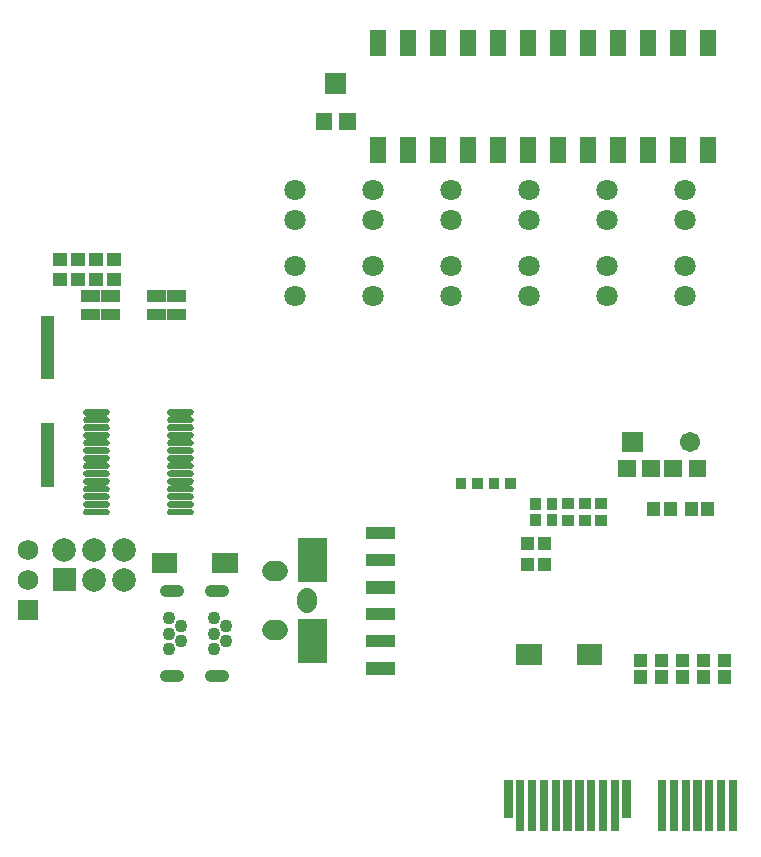
<source format=gbs>
G04 Layer: BottomSolderMaskLayer*
G04 EasyEDA v6.4.7, 2021-02-17T16:00:46+08:00*
G04 6587b44a977046f298512b0a2d276df7,119f753a6ce64b8d841f2ad33262ab0c,10*
G04 Gerber Generator version 0.2*
G04 Scale: 100 percent, Rotated: No, Reflected: No *
G04 Dimensions in millimeters *
G04 leading zeros omitted , absolute positions ,3 integer and 3 decimal *
%FSLAX33Y33*%
%MOMM*%
G90*
D02*

%ADD69C,1.727200*%
%ADD72C,1.003198*%
%ADD73C,2.003196*%
%ADD75C,1.803197*%
%ADD79C,1.703197*%
%ADD82R,1.727200X1.727200*%
%ADD83C,1.103198*%

%LPD*%
G54D69*
G01X28655Y20542D02*
G01X28655Y21018D01*
G01X25716Y18280D02*
G01X26192Y18280D01*
G01X25716Y23280D02*
G01X26192Y23280D01*
G54D72*
G01X17746Y14408D02*
G01X16746Y14408D01*
G01X17746Y21565D02*
G01X16746Y21565D01*
G01X21556Y21569D02*
G01X20556Y21569D01*
G01X21556Y14411D02*
G01X20556Y14411D01*
G36*
G01X59385Y5600D02*
G01X60085Y5600D01*
G01X60085Y1300D01*
G01X59385Y1300D01*
G01X59385Y5600D01*
G37*
G36*
G01X58385Y5600D02*
G01X59085Y5600D01*
G01X59085Y1300D01*
G01X58385Y1300D01*
G01X58385Y5600D01*
G37*
G36*
G01X60385Y5600D02*
G01X61085Y5600D01*
G01X61085Y1300D01*
G01X60385Y1300D01*
G01X60385Y5600D01*
G37*
G36*
G01X62385Y5600D02*
G01X63085Y5600D01*
G01X63085Y1300D01*
G01X62385Y1300D01*
G01X62385Y5600D01*
G37*
G36*
G01X61385Y5600D02*
G01X62085Y5600D01*
G01X62085Y1300D01*
G01X61385Y1300D01*
G01X61385Y5600D01*
G37*
G36*
G01X64385Y5600D02*
G01X65085Y5600D01*
G01X65085Y1300D01*
G01X64385Y1300D01*
G01X64385Y5600D01*
G37*
G36*
G01X63385Y5600D02*
G01X64085Y5600D01*
G01X64085Y1300D01*
G01X63385Y1300D01*
G01X63385Y5600D01*
G37*
G36*
G01X46385Y5600D02*
G01X47085Y5600D01*
G01X47085Y1300D01*
G01X46385Y1300D01*
G01X46385Y5600D01*
G37*
G36*
G01X45385Y5600D02*
G01X46085Y5600D01*
G01X46085Y2400D01*
G01X45385Y2400D01*
G01X45385Y5600D01*
G37*
G36*
G01X47385Y5600D02*
G01X48085Y5600D01*
G01X48085Y1300D01*
G01X47385Y1300D01*
G01X47385Y5600D01*
G37*
G36*
G01X53385Y5600D02*
G01X54085Y5600D01*
G01X54085Y1300D01*
G01X53385Y1300D01*
G01X53385Y5600D01*
G37*
G36*
G01X52385Y5600D02*
G01X53085Y5600D01*
G01X53085Y1300D01*
G01X52385Y1300D01*
G01X52385Y5600D01*
G37*
G36*
G01X55385Y5599D02*
G01X56085Y5599D01*
G01X56085Y2399D01*
G01X55385Y2399D01*
G01X55385Y5599D01*
G37*
G36*
G01X54385Y5600D02*
G01X55085Y5600D01*
G01X55085Y1300D01*
G01X54385Y1300D01*
G01X54385Y5600D01*
G37*
G36*
G01X49385Y5600D02*
G01X50085Y5600D01*
G01X50085Y1300D01*
G01X49385Y1300D01*
G01X49385Y5600D01*
G37*
G36*
G01X48385Y5600D02*
G01X49085Y5600D01*
G01X49085Y1300D01*
G01X48385Y1300D01*
G01X48385Y5600D01*
G37*
G36*
G01X51385Y5600D02*
G01X52085Y5600D01*
G01X52085Y1300D01*
G01X51385Y1300D01*
G01X51385Y5600D01*
G37*
G36*
G01X50385Y5600D02*
G01X51085Y5600D01*
G01X51085Y1300D01*
G01X50385Y1300D01*
G01X50385Y5600D01*
G37*
G54D73*
G01X13208Y25098D03*
G01X13208Y22558D03*
G01X10668Y25098D03*
G01X10668Y22558D03*
G01X8128Y25098D03*
G36*
G01X7127Y21558D02*
G01X7127Y23559D01*
G01X9128Y23559D01*
G01X9128Y21558D01*
G01X7127Y21558D01*
G37*
G54D75*
G01X60706Y53038D03*
G01X60706Y55578D03*
G01X60706Y49101D03*
G01X60706Y46561D03*
G36*
G01X61671Y13745D02*
G01X61671Y14862D01*
G01X62788Y14862D01*
G01X62788Y13745D01*
G01X61671Y13745D01*
G37*
G36*
G01X61671Y15142D02*
G01X61671Y16259D01*
G01X62788Y16259D01*
G01X62788Y15142D01*
G01X61671Y15142D01*
G37*
G36*
G01X63449Y13745D02*
G01X63449Y14862D01*
G01X64566Y14862D01*
G01X64566Y13745D01*
G01X63449Y13745D01*
G37*
G36*
G01X63449Y15142D02*
G01X63449Y16259D01*
G01X64566Y16259D01*
G01X64566Y15142D01*
G01X63449Y15142D01*
G37*
G36*
G01X59893Y13745D02*
G01X59893Y14862D01*
G01X61010Y14862D01*
G01X61010Y13745D01*
G01X59893Y13745D01*
G37*
G36*
G01X59893Y15142D02*
G01X59893Y16259D01*
G01X61010Y16259D01*
G01X61010Y15142D01*
G01X59893Y15142D01*
G37*
G36*
G01X58115Y13745D02*
G01X58115Y14862D01*
G01X59232Y14862D01*
G01X59232Y13745D01*
G01X58115Y13745D01*
G37*
G36*
G01X58115Y15142D02*
G01X58115Y16259D01*
G01X59232Y16259D01*
G01X59232Y15142D01*
G01X58115Y15142D01*
G37*
G36*
G01X56337Y13745D02*
G01X56337Y14862D01*
G01X57454Y14862D01*
G01X57454Y13745D01*
G01X56337Y13745D01*
G37*
G36*
G01X56337Y15142D02*
G01X56337Y16259D01*
G01X57454Y16259D01*
G01X57454Y15142D01*
G01X56337Y15142D01*
G37*
G36*
G01X55384Y33392D02*
G01X55384Y35093D01*
G01X57086Y35093D01*
G01X57086Y33392D01*
G01X55384Y33392D01*
G37*
G54D79*
G01X61112Y34242D03*
G36*
G01X57043Y31230D02*
G01X57043Y32683D01*
G01X58554Y32683D01*
G01X58554Y31230D01*
G01X57043Y31230D01*
G37*
G36*
G01X54983Y31230D02*
G01X54983Y32683D01*
G01X56494Y32683D01*
G01X56494Y31230D01*
G01X54983Y31230D01*
G37*
G36*
G01X60980Y31230D02*
G01X60980Y32683D01*
G01X62491Y32683D01*
G01X62491Y31230D01*
G01X60980Y31230D01*
G37*
G36*
G01X58920Y31230D02*
G01X58920Y32683D01*
G01X60431Y32683D01*
G01X60431Y31230D01*
G01X58920Y31230D01*
G37*
G36*
G01X33652Y19112D02*
G01X33652Y20191D01*
G01X36095Y20191D01*
G01X36095Y19112D01*
G01X33652Y19112D01*
G37*
G36*
G01X33652Y16810D02*
G01X33652Y17892D01*
G01X36095Y17892D01*
G01X36095Y16810D01*
G01X33652Y16810D01*
G37*
G36*
G01X33652Y14512D02*
G01X33652Y15591D01*
G01X36095Y15591D01*
G01X36095Y14512D01*
G01X33652Y14512D01*
G37*
G36*
G01X27912Y15500D02*
G01X27912Y19203D01*
G01X30355Y19203D01*
G01X30355Y15500D01*
G01X27912Y15500D01*
G37*
G36*
G01X33652Y25970D02*
G01X33652Y27049D01*
G01X36095Y27049D01*
G01X36095Y25970D01*
G01X33652Y25970D01*
G37*
G36*
G01X33652Y23668D02*
G01X33652Y24750D01*
G01X36095Y24750D01*
G01X36095Y23668D01*
G01X33652Y23668D01*
G37*
G36*
G01X33652Y21370D02*
G01X33652Y22449D01*
G01X36095Y22449D01*
G01X36095Y21370D01*
G01X33652Y21370D01*
G37*
G36*
G01X27912Y22358D02*
G01X27912Y26061D01*
G01X30355Y26061D01*
G01X30355Y22358D01*
G01X27912Y22358D01*
G37*
G36*
G01X48209Y25048D02*
G01X48209Y26165D01*
G01X49326Y26165D01*
G01X49326Y25048D01*
G01X48209Y25048D01*
G37*
G36*
G01X46812Y25048D02*
G01X46812Y26165D01*
G01X47929Y26165D01*
G01X47929Y25048D01*
G01X46812Y25048D01*
G37*
G36*
G01X48209Y23270D02*
G01X48209Y24387D01*
G01X49326Y24387D01*
G01X49326Y23270D01*
G01X48209Y23270D01*
G37*
G36*
G01X46812Y23270D02*
G01X46812Y24387D01*
G01X47929Y24387D01*
G01X47929Y23270D01*
G01X46812Y23270D01*
G37*
G36*
G01X57480Y27969D02*
G01X57480Y29086D01*
G01X58597Y29086D01*
G01X58597Y27969D01*
G01X57480Y27969D01*
G37*
G36*
G01X58877Y27969D02*
G01X58877Y29086D01*
G01X59994Y29086D01*
G01X59994Y27969D01*
G01X58877Y27969D01*
G37*
G36*
G01X60655Y27969D02*
G01X60655Y29086D01*
G01X61772Y29086D01*
G01X61772Y27969D01*
G01X60655Y27969D01*
G37*
G36*
G01X62052Y27969D02*
G01X62052Y29086D01*
G01X63169Y29086D01*
G01X63169Y27969D01*
G01X62052Y27969D01*
G37*
G54D82*
G01X5080Y20018D03*
G54D69*
G01X5080Y25098D03*
G01X5080Y22558D03*
G36*
G01X61960Y57852D02*
G01X61960Y60054D01*
G01X63263Y60054D01*
G01X63263Y57852D01*
G01X61960Y57852D01*
G37*
G36*
G01X59420Y57852D02*
G01X59420Y60054D01*
G01X60723Y60054D01*
G01X60723Y57852D01*
G01X59420Y57852D01*
G37*
G36*
G01X59420Y66851D02*
G01X59420Y69053D01*
G01X60723Y69053D01*
G01X60723Y66851D01*
G01X59420Y66851D01*
G37*
G36*
G01X61960Y66851D02*
G01X61960Y69053D01*
G01X63263Y69053D01*
G01X63263Y66851D01*
G01X61960Y66851D01*
G37*
G36*
G01X56880Y57852D02*
G01X56880Y60054D01*
G01X58183Y60054D01*
G01X58183Y57852D01*
G01X56880Y57852D01*
G37*
G36*
G01X54340Y57852D02*
G01X54340Y60054D01*
G01X55643Y60054D01*
G01X55643Y57852D01*
G01X54340Y57852D01*
G37*
G36*
G01X51800Y57852D02*
G01X51800Y60054D01*
G01X53103Y60054D01*
G01X53103Y57852D01*
G01X51800Y57852D01*
G37*
G36*
G01X49260Y57852D02*
G01X49260Y60054D01*
G01X50563Y60054D01*
G01X50563Y57852D01*
G01X49260Y57852D01*
G37*
G36*
G01X56880Y66851D02*
G01X56880Y69053D01*
G01X58183Y69053D01*
G01X58183Y66851D01*
G01X56880Y66851D01*
G37*
G36*
G01X54340Y66851D02*
G01X54340Y69053D01*
G01X55643Y69053D01*
G01X55643Y66851D01*
G01X54340Y66851D01*
G37*
G36*
G01X51800Y66851D02*
G01X51800Y69053D01*
G01X53103Y69053D01*
G01X53103Y66851D01*
G01X51800Y66851D01*
G37*
G36*
G01X49260Y66851D02*
G01X49260Y69053D01*
G01X50563Y69053D01*
G01X50563Y66851D01*
G01X49260Y66851D01*
G37*
G36*
G01X46720Y57852D02*
G01X46720Y60054D01*
G01X48023Y60054D01*
G01X48023Y57852D01*
G01X46720Y57852D01*
G37*
G36*
G01X44180Y57852D02*
G01X44180Y60054D01*
G01X45483Y60054D01*
G01X45483Y57852D01*
G01X44180Y57852D01*
G37*
G36*
G01X44180Y66851D02*
G01X44180Y69053D01*
G01X45483Y69053D01*
G01X45483Y66851D01*
G01X44180Y66851D01*
G37*
G36*
G01X46720Y66851D02*
G01X46720Y69053D01*
G01X48023Y69053D01*
G01X48023Y66851D01*
G01X46720Y66851D01*
G37*
G36*
G01X41640Y57852D02*
G01X41640Y60054D01*
G01X42943Y60054D01*
G01X42943Y57852D01*
G01X41640Y57852D01*
G37*
G36*
G01X39100Y57852D02*
G01X39100Y60054D01*
G01X40403Y60054D01*
G01X40403Y57852D01*
G01X39100Y57852D01*
G37*
G36*
G01X36560Y57852D02*
G01X36560Y60054D01*
G01X37863Y60054D01*
G01X37863Y57852D01*
G01X36560Y57852D01*
G37*
G36*
G01X34020Y57852D02*
G01X34020Y60054D01*
G01X35323Y60054D01*
G01X35323Y57852D01*
G01X34020Y57852D01*
G37*
G36*
G01X41640Y66851D02*
G01X41640Y69053D01*
G01X42943Y69053D01*
G01X42943Y66851D01*
G01X41640Y66851D01*
G37*
G36*
G01X39100Y66851D02*
G01X39100Y69053D01*
G01X40403Y69053D01*
G01X40403Y66851D01*
G01X39100Y66851D01*
G37*
G36*
G01X36560Y66851D02*
G01X36560Y69053D01*
G01X37863Y69053D01*
G01X37863Y66851D01*
G01X36560Y66851D01*
G37*
G36*
G01X34020Y66851D02*
G01X34020Y69053D01*
G01X35323Y69053D01*
G01X35323Y66851D01*
G01X34020Y66851D01*
G37*
G54D75*
G01X54102Y46561D03*
G01X54102Y49101D03*
G01X47498Y46561D03*
G01X47498Y49101D03*
G01X40894Y46561D03*
G01X40894Y49101D03*
G01X34290Y46561D03*
G01X34290Y49101D03*
G01X27686Y46561D03*
G01X27686Y49101D03*
G36*
G01X30213Y63706D02*
G01X30213Y65434D01*
G01X32016Y65434D01*
G01X32016Y63706D01*
G01X30213Y63706D01*
G37*
G36*
G01X29413Y60618D02*
G01X29413Y62020D01*
G01X30817Y62020D01*
G01X30817Y60618D01*
G01X29413Y60618D01*
G37*
G36*
G01X31412Y60618D02*
G01X31412Y62020D01*
G01X32816Y62020D01*
G01X32816Y60618D01*
G01X31412Y60618D01*
G37*
G01X54102Y53038D03*
G01X54102Y55578D03*
G01X47498Y53038D03*
G01X47498Y55578D03*
G01X40894Y53038D03*
G01X40894Y55578D03*
G01X34290Y53038D03*
G01X34290Y55578D03*
G01X27686Y53038D03*
G01X27686Y55578D03*
G36*
G01X53093Y28522D02*
G01X53093Y29424D01*
G01X54094Y29424D01*
G01X54094Y28522D01*
G01X53093Y28522D01*
G37*
G36*
G01X53093Y27123D02*
G01X53093Y28024D01*
G01X54094Y28024D01*
G01X54094Y27123D01*
G01X53093Y27123D01*
G37*
G36*
G01X51696Y28522D02*
G01X51696Y29424D01*
G01X52697Y29424D01*
G01X52697Y28522D01*
G01X51696Y28522D01*
G37*
G36*
G01X51696Y27123D02*
G01X51696Y28024D01*
G01X52697Y28024D01*
G01X52697Y27123D01*
G01X51696Y27123D01*
G37*
G36*
G01X50299Y28522D02*
G01X50299Y29424D01*
G01X51300Y29424D01*
G01X51300Y28522D01*
G01X50299Y28522D01*
G37*
G36*
G01X50299Y27123D02*
G01X50299Y28024D01*
G01X51300Y28024D01*
G01X51300Y27123D01*
G01X50299Y27123D01*
G37*
G36*
G01X47553Y28472D02*
G01X47553Y29472D01*
G01X48455Y29472D01*
G01X48455Y28472D01*
G01X47553Y28472D01*
G37*
G36*
G01X48953Y28472D02*
G01X48953Y29472D01*
G01X49855Y29472D01*
G01X49855Y28472D01*
G01X48953Y28472D01*
G37*
G36*
G01X48953Y27075D02*
G01X48953Y28075D01*
G01X49855Y28075D01*
G01X49855Y27075D01*
G01X48953Y27075D01*
G37*
G36*
G01X47553Y27075D02*
G01X47553Y28075D01*
G01X48455Y28075D01*
G01X48455Y27075D01*
G01X47553Y27075D01*
G37*
G36*
G01X17129Y36440D02*
G01X17096Y36442D01*
G01X17061Y36447D01*
G01X17028Y36457D01*
G01X16995Y36473D01*
G01X16967Y36490D01*
G01X16939Y36513D01*
G01X16913Y36539D01*
G01X16891Y36567D01*
G01X16873Y36594D01*
G01X16857Y36627D01*
G01X16847Y36660D01*
G01X16842Y36696D01*
G01X16840Y36732D01*
G01X16842Y36767D01*
G01X16847Y36803D01*
G01X16857Y36836D01*
G01X16873Y36866D01*
G01X16891Y36897D01*
G01X16913Y36925D01*
G01X16939Y36950D01*
G01X16967Y36973D01*
G01X16995Y36991D01*
G01X17028Y37006D01*
G01X17061Y37016D01*
G01X17096Y37021D01*
G01X17129Y37024D01*
G01X18785Y37024D01*
G01X18818Y37021D01*
G01X18851Y37016D01*
G01X18887Y37006D01*
G01X18917Y36991D01*
G01X18948Y36973D01*
G01X18976Y36950D01*
G01X19001Y36925D01*
G01X19024Y36897D01*
G01X19042Y36866D01*
G01X19057Y36836D01*
G01X19067Y36800D01*
G01X19072Y36767D01*
G01X19075Y36732D01*
G01X19072Y36696D01*
G01X19067Y36660D01*
G01X19057Y36627D01*
G01X19042Y36594D01*
G01X19024Y36567D01*
G01X19001Y36539D01*
G01X18976Y36513D01*
G01X18948Y36490D01*
G01X18917Y36473D01*
G01X18887Y36457D01*
G01X18854Y36447D01*
G01X18818Y36442D01*
G01X18785Y36440D01*
G01X17129Y36440D01*
G37*
G36*
G01X17129Y35789D02*
G01X17096Y35792D01*
G01X17061Y35797D01*
G01X17028Y35807D01*
G01X16995Y35822D01*
G01X16967Y35840D01*
G01X16939Y35863D01*
G01X16913Y35888D01*
G01X16891Y35916D01*
G01X16873Y35947D01*
G01X16857Y35977D01*
G01X16847Y36010D01*
G01X16842Y36046D01*
G01X16840Y36081D01*
G01X16842Y36117D01*
G01X16847Y36152D01*
G01X16857Y36186D01*
G01X16873Y36219D01*
G01X16891Y36246D01*
G01X16913Y36274D01*
G01X16939Y36300D01*
G01X16967Y36323D01*
G01X16995Y36340D01*
G01X17028Y36356D01*
G01X17061Y36366D01*
G01X17096Y36371D01*
G01X17129Y36373D01*
G01X18785Y36373D01*
G01X18818Y36371D01*
G01X18854Y36366D01*
G01X18887Y36356D01*
G01X18917Y36340D01*
G01X18948Y36323D01*
G01X18976Y36300D01*
G01X19001Y36274D01*
G01X19024Y36246D01*
G01X19042Y36219D01*
G01X19057Y36186D01*
G01X19067Y36152D01*
G01X19072Y36117D01*
G01X19075Y36081D01*
G01X19072Y36046D01*
G01X19067Y36013D01*
G01X19057Y35977D01*
G01X19042Y35947D01*
G01X19024Y35916D01*
G01X19001Y35888D01*
G01X18976Y35863D01*
G01X18948Y35840D01*
G01X18917Y35822D01*
G01X18887Y35807D01*
G01X18851Y35797D01*
G01X18818Y35792D01*
G01X18785Y35789D01*
G01X17129Y35789D01*
G37*
G36*
G01X17129Y35139D02*
G01X17096Y35142D01*
G01X17061Y35149D01*
G01X17028Y35159D01*
G01X16995Y35172D01*
G01X16939Y35213D01*
G01X16913Y35238D01*
G01X16891Y35266D01*
G01X16873Y35297D01*
G01X16857Y35327D01*
G01X16847Y35360D01*
G01X16842Y35396D01*
G01X16840Y35431D01*
G01X16842Y35467D01*
G01X16847Y35502D01*
G01X16857Y35535D01*
G01X16873Y35568D01*
G01X16891Y35599D01*
G01X16913Y35627D01*
G01X16939Y35650D01*
G01X16967Y35672D01*
G01X16995Y35690D01*
G01X17028Y35705D01*
G01X17061Y35716D01*
G01X17096Y35721D01*
G01X17129Y35723D01*
G01X18785Y35723D01*
G01X18818Y35721D01*
G01X18851Y35716D01*
G01X18887Y35705D01*
G01X18917Y35690D01*
G01X18948Y35672D01*
G01X18976Y35650D01*
G01X19001Y35627D01*
G01X19024Y35599D01*
G01X19042Y35568D01*
G01X19057Y35535D01*
G01X19067Y35502D01*
G01X19072Y35467D01*
G01X19075Y35431D01*
G01X19072Y35396D01*
G01X19067Y35363D01*
G01X19057Y35327D01*
G01X19042Y35297D01*
G01X19024Y35266D01*
G01X19001Y35238D01*
G01X18976Y35213D01*
G01X18948Y35190D01*
G01X18917Y35172D01*
G01X18887Y35159D01*
G01X18854Y35149D01*
G01X18818Y35142D01*
G01X18785Y35139D01*
G01X17129Y35139D01*
G37*
G36*
G01X17129Y34489D02*
G01X17096Y34491D01*
G01X17061Y34499D01*
G01X17028Y34509D01*
G01X16995Y34522D01*
G01X16967Y34540D01*
G01X16939Y34562D01*
G01X16913Y34588D01*
G01X16891Y34616D01*
G01X16873Y34646D01*
G01X16857Y34679D01*
G01X16847Y34712D01*
G01X16842Y34745D01*
G01X16840Y34781D01*
G01X16842Y34816D01*
G01X16847Y34852D01*
G01X16857Y34885D01*
G01X16873Y34918D01*
G01X16891Y34949D01*
G01X16913Y34976D01*
G01X16939Y34999D01*
G01X16967Y35022D01*
G01X16995Y35040D01*
G01X17028Y35055D01*
G01X17061Y35065D01*
G01X17096Y35070D01*
G01X17129Y35073D01*
G01X18785Y35073D01*
G01X18818Y35070D01*
G01X18851Y35065D01*
G01X18887Y35055D01*
G01X18917Y35040D01*
G01X18948Y35022D01*
G01X18976Y34999D01*
G01X19001Y34976D01*
G01X19024Y34949D01*
G01X19042Y34918D01*
G01X19057Y34885D01*
G01X19067Y34852D01*
G01X19072Y34816D01*
G01X19075Y34781D01*
G01X19072Y34745D01*
G01X19067Y34712D01*
G01X19057Y34679D01*
G01X19042Y34646D01*
G01X19024Y34616D01*
G01X19001Y34588D01*
G01X18976Y34562D01*
G01X18948Y34540D01*
G01X18917Y34522D01*
G01X18887Y34509D01*
G01X18851Y34499D01*
G01X18818Y34491D01*
G01X18785Y34489D01*
G01X17129Y34489D01*
G37*
G36*
G01X17129Y33839D02*
G01X17096Y33841D01*
G01X17061Y33849D01*
G01X17028Y33859D01*
G01X16995Y33872D01*
G01X16939Y33912D01*
G01X16913Y33938D01*
G01X16891Y33966D01*
G01X16873Y33996D01*
G01X16857Y34029D01*
G01X16847Y34062D01*
G01X16842Y34095D01*
G01X16840Y34131D01*
G01X16842Y34166D01*
G01X16847Y34202D01*
G01X16857Y34235D01*
G01X16873Y34268D01*
G01X16891Y34298D01*
G01X16913Y34326D01*
G01X16939Y34349D01*
G01X16967Y34372D01*
G01X16995Y34390D01*
G01X17028Y34405D01*
G01X17061Y34415D01*
G01X17096Y34420D01*
G01X17129Y34423D01*
G01X18785Y34423D01*
G01X18818Y34420D01*
G01X18851Y34415D01*
G01X18887Y34405D01*
G01X18917Y34390D01*
G01X18948Y34372D01*
G01X18976Y34349D01*
G01X19001Y34326D01*
G01X19024Y34298D01*
G01X19042Y34268D01*
G01X19057Y34235D01*
G01X19067Y34202D01*
G01X19072Y34166D01*
G01X19075Y34131D01*
G01X19072Y34095D01*
G01X19067Y34062D01*
G01X19057Y34029D01*
G01X19042Y33996D01*
G01X19024Y33966D01*
G01X19001Y33938D01*
G01X18976Y33912D01*
G01X18948Y33892D01*
G01X18917Y33872D01*
G01X18887Y33859D01*
G01X18854Y33849D01*
G01X18818Y33841D01*
G01X18785Y33839D01*
G01X17129Y33839D01*
G37*
G36*
G01X17129Y33188D02*
G01X17096Y33191D01*
G01X17061Y33198D01*
G01X17028Y33209D01*
G01X16995Y33224D01*
G01X16967Y33242D01*
G01X16939Y33262D01*
G01X16913Y33287D01*
G01X16891Y33315D01*
G01X16873Y33346D01*
G01X16857Y33379D01*
G01X16847Y33412D01*
G01X16842Y33447D01*
G01X16840Y33480D01*
G01X16842Y33516D01*
G01X16847Y33552D01*
G01X16857Y33585D01*
G01X16873Y33618D01*
G01X16891Y33648D01*
G01X16913Y33676D01*
G01X16939Y33701D01*
G01X16967Y33722D01*
G01X16995Y33739D01*
G01X17028Y33755D01*
G01X17061Y33765D01*
G01X17096Y33773D01*
G01X18818Y33773D01*
G01X18854Y33765D01*
G01X18887Y33755D01*
G01X18917Y33739D01*
G01X18948Y33722D01*
G01X18976Y33701D01*
G01X19001Y33676D01*
G01X19024Y33648D01*
G01X19042Y33618D01*
G01X19057Y33585D01*
G01X19067Y33552D01*
G01X19072Y33516D01*
G01X19075Y33480D01*
G01X19072Y33447D01*
G01X19067Y33412D01*
G01X19057Y33379D01*
G01X19042Y33346D01*
G01X19024Y33315D01*
G01X19001Y33287D01*
G01X18976Y33262D01*
G01X18948Y33242D01*
G01X18917Y33224D01*
G01X18887Y33209D01*
G01X18854Y33198D01*
G01X18818Y33191D01*
G01X18785Y33188D01*
G01X17129Y33188D01*
G37*
G36*
G01X17096Y32541D02*
G01X17061Y32548D01*
G01X17028Y32558D01*
G01X16995Y32574D01*
G01X16967Y32591D01*
G01X16939Y32612D01*
G01X16913Y32637D01*
G01X16891Y32665D01*
G01X16873Y32696D01*
G01X16857Y32729D01*
G01X16847Y32762D01*
G01X16842Y32797D01*
G01X16840Y32833D01*
G01X16842Y32868D01*
G01X16847Y32901D01*
G01X16857Y32937D01*
G01X16873Y32967D01*
G01X16891Y32998D01*
G01X16913Y33026D01*
G01X16939Y33051D01*
G01X16995Y33092D01*
G01X17028Y33104D01*
G01X17061Y33115D01*
G01X17096Y33122D01*
G01X17129Y33125D01*
G01X18785Y33125D01*
G01X18818Y33122D01*
G01X18851Y33115D01*
G01X18887Y33104D01*
G01X18917Y33092D01*
G01X18948Y33071D01*
G01X18976Y33051D01*
G01X19001Y33026D01*
G01X19024Y32998D01*
G01X19042Y32967D01*
G01X19057Y32937D01*
G01X19067Y32901D01*
G01X19072Y32868D01*
G01X19075Y32833D01*
G01X19072Y32797D01*
G01X19067Y32762D01*
G01X19057Y32729D01*
G01X19042Y32696D01*
G01X19024Y32665D01*
G01X19001Y32637D01*
G01X18976Y32612D01*
G01X18948Y32591D01*
G01X18917Y32574D01*
G01X18887Y32558D01*
G01X18854Y32548D01*
G01X18818Y32541D01*
G01X17096Y32541D01*
G37*
G36*
G01X17096Y31890D02*
G01X17061Y31898D01*
G01X17028Y31908D01*
G01X16995Y31923D01*
G01X16967Y31941D01*
G01X16939Y31964D01*
G01X16913Y31987D01*
G01X16891Y32015D01*
G01X16873Y32045D01*
G01X16857Y32078D01*
G01X16847Y32111D01*
G01X16842Y32147D01*
G01X16840Y32182D01*
G01X16842Y32218D01*
G01X16847Y32251D01*
G01X16857Y32287D01*
G01X16873Y32317D01*
G01X16891Y32348D01*
G01X16913Y32376D01*
G01X16939Y32401D01*
G01X16995Y32442D01*
G01X17028Y32454D01*
G01X17061Y32464D01*
G01X17096Y32472D01*
G01X17129Y32475D01*
G01X18785Y32475D01*
G01X18818Y32472D01*
G01X18851Y32464D01*
G01X18887Y32454D01*
G01X18917Y32442D01*
G01X18948Y32421D01*
G01X18976Y32401D01*
G01X19001Y32376D01*
G01X19024Y32348D01*
G01X19042Y32317D01*
G01X19057Y32287D01*
G01X19067Y32251D01*
G01X19072Y32218D01*
G01X19075Y32182D01*
G01X19072Y32147D01*
G01X19067Y32111D01*
G01X19057Y32078D01*
G01X19042Y32045D01*
G01X19024Y32015D01*
G01X19001Y31987D01*
G01X18976Y31964D01*
G01X18948Y31941D01*
G01X18917Y31923D01*
G01X18887Y31908D01*
G01X18854Y31898D01*
G01X18818Y31890D01*
G01X17096Y31890D01*
G37*
G36*
G01X17129Y31240D02*
G01X17096Y31243D01*
G01X17061Y31248D01*
G01X17028Y31258D01*
G01X16995Y31273D01*
G01X16967Y31291D01*
G01X16939Y31314D01*
G01X16913Y31339D01*
G01X16891Y31365D01*
G01X16873Y31395D01*
G01X16857Y31428D01*
G01X16847Y31461D01*
G01X16842Y31497D01*
G01X16840Y31532D01*
G01X16842Y31568D01*
G01X16847Y31601D01*
G01X16857Y31636D01*
G01X16873Y31667D01*
G01X16891Y31697D01*
G01X16913Y31725D01*
G01X16939Y31751D01*
G01X16995Y31791D01*
G01X17061Y31817D01*
G01X17096Y31822D01*
G01X17129Y31824D01*
G01X18785Y31824D01*
G01X18818Y31822D01*
G01X18851Y31817D01*
G01X18887Y31804D01*
G01X18917Y31791D01*
G01X18948Y31771D01*
G01X18976Y31751D01*
G01X19001Y31725D01*
G01X19024Y31697D01*
G01X19042Y31667D01*
G01X19057Y31636D01*
G01X19067Y31601D01*
G01X19072Y31568D01*
G01X19075Y31532D01*
G01X19072Y31497D01*
G01X19067Y31461D01*
G01X19057Y31428D01*
G01X19042Y31395D01*
G01X19024Y31365D01*
G01X19001Y31339D01*
G01X18976Y31314D01*
G01X18948Y31291D01*
G01X18917Y31273D01*
G01X18887Y31258D01*
G01X18854Y31248D01*
G01X18818Y31243D01*
G01X18785Y31240D01*
G01X17129Y31240D01*
G37*
G36*
G01X17129Y30590D02*
G01X17096Y30592D01*
G01X17061Y30598D01*
G01X17028Y30608D01*
G01X16995Y30623D01*
G01X16967Y30641D01*
G01X16939Y30664D01*
G01X16913Y30686D01*
G01X16891Y30714D01*
G01X16873Y30745D01*
G01X16857Y30778D01*
G01X16847Y30811D01*
G01X16842Y30846D01*
G01X16840Y30882D01*
G01X16842Y30918D01*
G01X16847Y30953D01*
G01X16857Y30986D01*
G01X16873Y31017D01*
G01X16891Y31047D01*
G01X16913Y31075D01*
G01X16939Y31100D01*
G01X16995Y31141D01*
G01X17028Y31154D01*
G01X17061Y31164D01*
G01X17096Y31172D01*
G01X17129Y31174D01*
G01X18785Y31174D01*
G01X18818Y31172D01*
G01X18854Y31164D01*
G01X18887Y31154D01*
G01X18917Y31141D01*
G01X18948Y31121D01*
G01X18976Y31100D01*
G01X19001Y31075D01*
G01X19024Y31047D01*
G01X19042Y31017D01*
G01X19057Y30986D01*
G01X19067Y30951D01*
G01X19072Y30918D01*
G01X19075Y30882D01*
G01X19072Y30846D01*
G01X19067Y30811D01*
G01X19057Y30778D01*
G01X19042Y30745D01*
G01X19024Y30714D01*
G01X19001Y30686D01*
G01X18976Y30664D01*
G01X18948Y30641D01*
G01X18917Y30623D01*
G01X18887Y30608D01*
G01X18851Y30598D01*
G01X18818Y30592D01*
G01X18785Y30590D01*
G01X17129Y30590D01*
G37*
G36*
G01X17129Y29940D02*
G01X17096Y29942D01*
G01X17061Y29947D01*
G01X17028Y29957D01*
G01X16995Y29973D01*
G01X16967Y29990D01*
G01X16939Y30013D01*
G01X16913Y30036D01*
G01X16891Y30064D01*
G01X16873Y30095D01*
G01X16857Y30128D01*
G01X16847Y30161D01*
G01X16842Y30196D01*
G01X16840Y30232D01*
G01X16842Y30267D01*
G01X16847Y30300D01*
G01X16857Y30336D01*
G01X16873Y30366D01*
G01X16891Y30397D01*
G01X16913Y30425D01*
G01X16939Y30450D01*
G01X16995Y30491D01*
G01X17061Y30516D01*
G01X17096Y30521D01*
G01X17129Y30524D01*
G01X18785Y30524D01*
G01X18818Y30521D01*
G01X18851Y30516D01*
G01X18887Y30504D01*
G01X18917Y30491D01*
G01X18948Y30471D01*
G01X18976Y30450D01*
G01X19001Y30425D01*
G01X19024Y30397D01*
G01X19042Y30366D01*
G01X19057Y30336D01*
G01X19067Y30300D01*
G01X19072Y30267D01*
G01X19075Y30232D01*
G01X19072Y30196D01*
G01X19067Y30161D01*
G01X19057Y30128D01*
G01X19042Y30095D01*
G01X19024Y30064D01*
G01X19001Y30036D01*
G01X18976Y30013D01*
G01X18948Y29990D01*
G01X18917Y29973D01*
G01X18887Y29957D01*
G01X18854Y29947D01*
G01X18818Y29942D01*
G01X18785Y29940D01*
G01X17129Y29940D01*
G37*
G36*
G01X17129Y29289D02*
G01X17096Y29292D01*
G01X17061Y29297D01*
G01X17028Y29307D01*
G01X16995Y29322D01*
G01X16967Y29340D01*
G01X16939Y29363D01*
G01X16913Y29388D01*
G01X16891Y29416D01*
G01X16873Y29444D01*
G01X16857Y29477D01*
G01X16847Y29510D01*
G01X16842Y29546D01*
G01X16840Y29582D01*
G01X16842Y29617D01*
G01X16847Y29653D01*
G01X16857Y29686D01*
G01X16873Y29716D01*
G01X16891Y29747D01*
G01X16913Y29775D01*
G01X16939Y29800D01*
G01X16967Y29823D01*
G01X16995Y29841D01*
G01X17028Y29856D01*
G01X17061Y29866D01*
G01X17096Y29871D01*
G01X17129Y29874D01*
G01X18785Y29874D01*
G01X18818Y29871D01*
G01X18851Y29866D01*
G01X18887Y29856D01*
G01X18917Y29841D01*
G01X18948Y29823D01*
G01X18976Y29800D01*
G01X19001Y29775D01*
G01X19024Y29747D01*
G01X19042Y29716D01*
G01X19057Y29686D01*
G01X19067Y29650D01*
G01X19072Y29617D01*
G01X19075Y29582D01*
G01X19072Y29546D01*
G01X19067Y29510D01*
G01X19057Y29477D01*
G01X19042Y29444D01*
G01X19024Y29416D01*
G01X19001Y29388D01*
G01X18976Y29363D01*
G01X18948Y29340D01*
G01X18917Y29322D01*
G01X18887Y29307D01*
G01X18854Y29297D01*
G01X18818Y29292D01*
G01X18785Y29289D01*
G01X17129Y29289D01*
G37*
G36*
G01X17129Y28639D02*
G01X17096Y28642D01*
G01X17061Y28647D01*
G01X16995Y28672D01*
G01X16939Y28713D01*
G01X16913Y28738D01*
G01X16891Y28766D01*
G01X16873Y28797D01*
G01X16857Y28827D01*
G01X16847Y28863D01*
G01X16842Y28896D01*
G01X16840Y28931D01*
G01X16842Y28967D01*
G01X16847Y29002D01*
G01X16857Y29035D01*
G01X16873Y29068D01*
G01X16891Y29099D01*
G01X16913Y29127D01*
G01X16939Y29150D01*
G01X16967Y29173D01*
G01X16995Y29190D01*
G01X17028Y29206D01*
G01X17061Y29216D01*
G01X17096Y29221D01*
G01X17129Y29223D01*
G01X18785Y29223D01*
G01X18818Y29221D01*
G01X18854Y29216D01*
G01X18887Y29206D01*
G01X18917Y29190D01*
G01X18948Y29173D01*
G01X18976Y29150D01*
G01X19001Y29127D01*
G01X19024Y29099D01*
G01X19042Y29068D01*
G01X19057Y29035D01*
G01X19067Y29002D01*
G01X19072Y28967D01*
G01X19075Y28931D01*
G01X19072Y28896D01*
G01X19067Y28863D01*
G01X19057Y28827D01*
G01X19042Y28797D01*
G01X19024Y28766D01*
G01X19001Y28738D01*
G01X18976Y28713D01*
G01X18948Y28693D01*
G01X18917Y28672D01*
G01X18887Y28659D01*
G01X18851Y28647D01*
G01X18818Y28642D01*
G01X18785Y28639D01*
G01X17129Y28639D01*
G37*
G36*
G01X17129Y27989D02*
G01X17096Y27991D01*
G01X17061Y27999D01*
G01X17028Y28009D01*
G01X16995Y28022D01*
G01X16939Y28063D01*
G01X16913Y28088D01*
G01X16891Y28116D01*
G01X16873Y28146D01*
G01X16857Y28177D01*
G01X16847Y28210D01*
G01X16842Y28245D01*
G01X16840Y28281D01*
G01X16842Y28317D01*
G01X16847Y28352D01*
G01X16857Y28385D01*
G01X16873Y28418D01*
G01X16891Y28449D01*
G01X16913Y28477D01*
G01X16939Y28499D01*
G01X16967Y28522D01*
G01X16995Y28540D01*
G01X17028Y28555D01*
G01X17061Y28566D01*
G01X17096Y28571D01*
G01X17129Y28573D01*
G01X18785Y28573D01*
G01X18818Y28571D01*
G01X18851Y28566D01*
G01X18887Y28555D01*
G01X18917Y28540D01*
G01X18948Y28522D01*
G01X18976Y28499D01*
G01X19001Y28477D01*
G01X19024Y28449D01*
G01X19042Y28418D01*
G01X19057Y28385D01*
G01X19067Y28352D01*
G01X19072Y28317D01*
G01X19075Y28281D01*
G01X19072Y28245D01*
G01X19067Y28212D01*
G01X19057Y28177D01*
G01X19042Y28146D01*
G01X19024Y28116D01*
G01X19001Y28088D01*
G01X18976Y28063D01*
G01X18948Y28040D01*
G01X18917Y28022D01*
G01X18887Y28009D01*
G01X18854Y27999D01*
G01X18818Y27991D01*
G01X18785Y27989D01*
G01X17129Y27989D01*
G37*
G36*
G01X10017Y27989D02*
G01X9984Y27991D01*
G01X9949Y27999D01*
G01X9916Y28009D01*
G01X9883Y28022D01*
G01X9827Y28063D01*
G01X9801Y28088D01*
G01X9779Y28116D01*
G01X9761Y28146D01*
G01X9745Y28177D01*
G01X9735Y28210D01*
G01X9730Y28245D01*
G01X9728Y28281D01*
G01X9730Y28317D01*
G01X9735Y28352D01*
G01X9745Y28385D01*
G01X9761Y28418D01*
G01X9779Y28449D01*
G01X9801Y28477D01*
G01X9827Y28499D01*
G01X9855Y28522D01*
G01X9883Y28540D01*
G01X9916Y28555D01*
G01X9949Y28566D01*
G01X9984Y28571D01*
G01X10017Y28573D01*
G01X11673Y28573D01*
G01X11706Y28571D01*
G01X11739Y28566D01*
G01X11775Y28555D01*
G01X11805Y28540D01*
G01X11836Y28522D01*
G01X11864Y28499D01*
G01X11889Y28477D01*
G01X11912Y28449D01*
G01X11930Y28418D01*
G01X11945Y28385D01*
G01X11955Y28352D01*
G01X11960Y28317D01*
G01X11963Y28281D01*
G01X11960Y28245D01*
G01X11955Y28212D01*
G01X11945Y28177D01*
G01X11930Y28146D01*
G01X11912Y28116D01*
G01X11889Y28088D01*
G01X11864Y28063D01*
G01X11836Y28040D01*
G01X11805Y28022D01*
G01X11775Y28009D01*
G01X11742Y27999D01*
G01X11706Y27991D01*
G01X11673Y27989D01*
G01X10017Y27989D01*
G37*
G36*
G01X10017Y28639D02*
G01X9984Y28642D01*
G01X9949Y28647D01*
G01X9883Y28672D01*
G01X9827Y28713D01*
G01X9801Y28738D01*
G01X9779Y28766D01*
G01X9761Y28797D01*
G01X9745Y28827D01*
G01X9735Y28863D01*
G01X9730Y28896D01*
G01X9728Y28931D01*
G01X9730Y28967D01*
G01X9735Y29002D01*
G01X9745Y29035D01*
G01X9761Y29068D01*
G01X9779Y29099D01*
G01X9801Y29127D01*
G01X9827Y29150D01*
G01X9855Y29173D01*
G01X9883Y29190D01*
G01X9916Y29206D01*
G01X9949Y29216D01*
G01X9984Y29221D01*
G01X10017Y29223D01*
G01X11673Y29223D01*
G01X11706Y29221D01*
G01X11742Y29216D01*
G01X11775Y29206D01*
G01X11805Y29190D01*
G01X11836Y29173D01*
G01X11864Y29150D01*
G01X11889Y29127D01*
G01X11912Y29099D01*
G01X11930Y29068D01*
G01X11945Y29035D01*
G01X11955Y29002D01*
G01X11960Y28967D01*
G01X11963Y28931D01*
G01X11960Y28896D01*
G01X11955Y28863D01*
G01X11945Y28827D01*
G01X11930Y28797D01*
G01X11912Y28766D01*
G01X11889Y28738D01*
G01X11864Y28713D01*
G01X11836Y28693D01*
G01X11805Y28672D01*
G01X11775Y28659D01*
G01X11739Y28647D01*
G01X11706Y28642D01*
G01X11673Y28639D01*
G01X10017Y28639D01*
G37*
G36*
G01X10017Y29289D02*
G01X9984Y29292D01*
G01X9949Y29297D01*
G01X9916Y29307D01*
G01X9883Y29322D01*
G01X9855Y29340D01*
G01X9827Y29363D01*
G01X9801Y29388D01*
G01X9779Y29416D01*
G01X9761Y29444D01*
G01X9745Y29477D01*
G01X9735Y29510D01*
G01X9730Y29546D01*
G01X9728Y29582D01*
G01X9730Y29617D01*
G01X9735Y29653D01*
G01X9745Y29686D01*
G01X9761Y29716D01*
G01X9779Y29747D01*
G01X9801Y29775D01*
G01X9827Y29800D01*
G01X9855Y29823D01*
G01X9883Y29841D01*
G01X9916Y29856D01*
G01X9949Y29866D01*
G01X9984Y29871D01*
G01X10017Y29874D01*
G01X11673Y29874D01*
G01X11706Y29871D01*
G01X11739Y29866D01*
G01X11775Y29856D01*
G01X11805Y29841D01*
G01X11836Y29823D01*
G01X11864Y29800D01*
G01X11889Y29775D01*
G01X11912Y29747D01*
G01X11930Y29716D01*
G01X11945Y29686D01*
G01X11955Y29650D01*
G01X11960Y29617D01*
G01X11963Y29582D01*
G01X11960Y29546D01*
G01X11955Y29510D01*
G01X11945Y29477D01*
G01X11930Y29444D01*
G01X11912Y29416D01*
G01X11889Y29388D01*
G01X11864Y29363D01*
G01X11836Y29340D01*
G01X11805Y29322D01*
G01X11775Y29307D01*
G01X11742Y29297D01*
G01X11706Y29292D01*
G01X11673Y29289D01*
G01X10017Y29289D01*
G37*
G36*
G01X10017Y29940D02*
G01X9984Y29942D01*
G01X9949Y29947D01*
G01X9916Y29957D01*
G01X9883Y29973D01*
G01X9855Y29990D01*
G01X9827Y30013D01*
G01X9801Y30036D01*
G01X9779Y30064D01*
G01X9761Y30095D01*
G01X9745Y30128D01*
G01X9735Y30161D01*
G01X9730Y30196D01*
G01X9728Y30232D01*
G01X9730Y30267D01*
G01X9735Y30300D01*
G01X9745Y30336D01*
G01X9761Y30366D01*
G01X9779Y30397D01*
G01X9801Y30425D01*
G01X9827Y30450D01*
G01X9883Y30491D01*
G01X9949Y30516D01*
G01X9984Y30521D01*
G01X10017Y30524D01*
G01X11673Y30524D01*
G01X11706Y30521D01*
G01X11739Y30516D01*
G01X11775Y30504D01*
G01X11805Y30491D01*
G01X11836Y30471D01*
G01X11864Y30450D01*
G01X11889Y30425D01*
G01X11912Y30397D01*
G01X11930Y30366D01*
G01X11945Y30336D01*
G01X11955Y30300D01*
G01X11960Y30267D01*
G01X11963Y30232D01*
G01X11960Y30196D01*
G01X11955Y30161D01*
G01X11945Y30128D01*
G01X11930Y30095D01*
G01X11912Y30064D01*
G01X11889Y30036D01*
G01X11864Y30013D01*
G01X11836Y29990D01*
G01X11805Y29973D01*
G01X11775Y29957D01*
G01X11742Y29947D01*
G01X11706Y29942D01*
G01X11673Y29940D01*
G01X10017Y29940D01*
G37*
G36*
G01X10017Y30590D02*
G01X9984Y30592D01*
G01X9949Y30598D01*
G01X9916Y30608D01*
G01X9883Y30623D01*
G01X9855Y30641D01*
G01X9827Y30664D01*
G01X9801Y30686D01*
G01X9779Y30714D01*
G01X9761Y30745D01*
G01X9745Y30778D01*
G01X9735Y30811D01*
G01X9730Y30846D01*
G01X9728Y30882D01*
G01X9730Y30918D01*
G01X9735Y30953D01*
G01X9745Y30986D01*
G01X9761Y31017D01*
G01X9779Y31047D01*
G01X9801Y31075D01*
G01X9827Y31100D01*
G01X9883Y31141D01*
G01X9916Y31154D01*
G01X9949Y31164D01*
G01X9984Y31172D01*
G01X10017Y31174D01*
G01X11673Y31174D01*
G01X11706Y31172D01*
G01X11742Y31164D01*
G01X11775Y31154D01*
G01X11805Y31141D01*
G01X11836Y31121D01*
G01X11864Y31100D01*
G01X11889Y31075D01*
G01X11912Y31047D01*
G01X11930Y31017D01*
G01X11945Y30986D01*
G01X11955Y30951D01*
G01X11960Y30918D01*
G01X11963Y30882D01*
G01X11960Y30846D01*
G01X11955Y30811D01*
G01X11945Y30778D01*
G01X11930Y30745D01*
G01X11912Y30714D01*
G01X11889Y30686D01*
G01X11864Y30664D01*
G01X11836Y30641D01*
G01X11805Y30623D01*
G01X11775Y30608D01*
G01X11739Y30598D01*
G01X11706Y30592D01*
G01X11673Y30590D01*
G01X10017Y30590D01*
G37*
G36*
G01X10017Y31240D02*
G01X9984Y31243D01*
G01X9949Y31248D01*
G01X9916Y31258D01*
G01X9883Y31273D01*
G01X9855Y31291D01*
G01X9827Y31314D01*
G01X9801Y31339D01*
G01X9779Y31365D01*
G01X9761Y31395D01*
G01X9745Y31428D01*
G01X9735Y31461D01*
G01X9730Y31497D01*
G01X9728Y31532D01*
G01X9730Y31568D01*
G01X9735Y31601D01*
G01X9745Y31636D01*
G01X9761Y31667D01*
G01X9779Y31697D01*
G01X9801Y31725D01*
G01X9827Y31751D01*
G01X9883Y31791D01*
G01X9949Y31817D01*
G01X9984Y31822D01*
G01X10017Y31824D01*
G01X11673Y31824D01*
G01X11706Y31822D01*
G01X11739Y31817D01*
G01X11775Y31804D01*
G01X11805Y31791D01*
G01X11836Y31771D01*
G01X11864Y31751D01*
G01X11889Y31725D01*
G01X11912Y31697D01*
G01X11930Y31667D01*
G01X11945Y31636D01*
G01X11955Y31601D01*
G01X11960Y31568D01*
G01X11963Y31532D01*
G01X11960Y31497D01*
G01X11955Y31461D01*
G01X11945Y31428D01*
G01X11930Y31395D01*
G01X11912Y31365D01*
G01X11889Y31339D01*
G01X11864Y31314D01*
G01X11836Y31291D01*
G01X11805Y31273D01*
G01X11775Y31258D01*
G01X11742Y31248D01*
G01X11706Y31243D01*
G01X11673Y31240D01*
G01X10017Y31240D01*
G37*
G36*
G01X9984Y31890D02*
G01X9949Y31898D01*
G01X9916Y31908D01*
G01X9883Y31923D01*
G01X9855Y31941D01*
G01X9827Y31964D01*
G01X9801Y31987D01*
G01X9779Y32015D01*
G01X9761Y32045D01*
G01X9745Y32078D01*
G01X9735Y32111D01*
G01X9730Y32147D01*
G01X9728Y32182D01*
G01X9730Y32218D01*
G01X9735Y32251D01*
G01X9745Y32287D01*
G01X9761Y32317D01*
G01X9779Y32348D01*
G01X9801Y32376D01*
G01X9827Y32401D01*
G01X9883Y32442D01*
G01X9916Y32454D01*
G01X9949Y32464D01*
G01X9984Y32472D01*
G01X10017Y32475D01*
G01X11673Y32475D01*
G01X11706Y32472D01*
G01X11739Y32464D01*
G01X11775Y32454D01*
G01X11805Y32442D01*
G01X11836Y32421D01*
G01X11864Y32401D01*
G01X11889Y32376D01*
G01X11912Y32348D01*
G01X11930Y32317D01*
G01X11945Y32287D01*
G01X11955Y32251D01*
G01X11960Y32218D01*
G01X11963Y32182D01*
G01X11960Y32147D01*
G01X11955Y32111D01*
G01X11945Y32078D01*
G01X11930Y32045D01*
G01X11912Y32015D01*
G01X11889Y31987D01*
G01X11864Y31964D01*
G01X11836Y31941D01*
G01X11805Y31923D01*
G01X11775Y31908D01*
G01X11742Y31898D01*
G01X11706Y31890D01*
G01X9984Y31890D01*
G37*
G36*
G01X9984Y32541D02*
G01X9949Y32548D01*
G01X9916Y32558D01*
G01X9883Y32574D01*
G01X9855Y32591D01*
G01X9827Y32612D01*
G01X9801Y32637D01*
G01X9779Y32665D01*
G01X9761Y32696D01*
G01X9745Y32729D01*
G01X9735Y32762D01*
G01X9730Y32797D01*
G01X9728Y32833D01*
G01X9730Y32868D01*
G01X9735Y32901D01*
G01X9745Y32937D01*
G01X9761Y32967D01*
G01X9779Y32998D01*
G01X9801Y33026D01*
G01X9827Y33051D01*
G01X9883Y33092D01*
G01X9916Y33104D01*
G01X9949Y33115D01*
G01X9984Y33122D01*
G01X10017Y33125D01*
G01X11673Y33125D01*
G01X11706Y33122D01*
G01X11739Y33115D01*
G01X11775Y33104D01*
G01X11805Y33092D01*
G01X11836Y33071D01*
G01X11864Y33051D01*
G01X11889Y33026D01*
G01X11912Y32998D01*
G01X11930Y32967D01*
G01X11945Y32937D01*
G01X11955Y32901D01*
G01X11960Y32868D01*
G01X11963Y32833D01*
G01X11960Y32797D01*
G01X11955Y32762D01*
G01X11945Y32729D01*
G01X11930Y32696D01*
G01X11912Y32665D01*
G01X11889Y32637D01*
G01X11864Y32612D01*
G01X11836Y32591D01*
G01X11805Y32574D01*
G01X11775Y32558D01*
G01X11742Y32548D01*
G01X11706Y32541D01*
G01X9984Y32541D01*
G37*
G36*
G01X10017Y33188D02*
G01X9984Y33191D01*
G01X9949Y33198D01*
G01X9916Y33209D01*
G01X9883Y33224D01*
G01X9855Y33242D01*
G01X9827Y33262D01*
G01X9801Y33287D01*
G01X9779Y33315D01*
G01X9761Y33346D01*
G01X9745Y33379D01*
G01X9735Y33412D01*
G01X9730Y33447D01*
G01X9728Y33480D01*
G01X9730Y33516D01*
G01X9735Y33552D01*
G01X9745Y33585D01*
G01X9761Y33618D01*
G01X9779Y33648D01*
G01X9801Y33676D01*
G01X9827Y33701D01*
G01X9855Y33722D01*
G01X9883Y33739D01*
G01X9916Y33755D01*
G01X9949Y33765D01*
G01X9984Y33773D01*
G01X11706Y33773D01*
G01X11742Y33765D01*
G01X11775Y33755D01*
G01X11805Y33739D01*
G01X11836Y33722D01*
G01X11864Y33701D01*
G01X11889Y33676D01*
G01X11912Y33648D01*
G01X11930Y33618D01*
G01X11945Y33585D01*
G01X11955Y33552D01*
G01X11960Y33516D01*
G01X11963Y33480D01*
G01X11960Y33447D01*
G01X11955Y33412D01*
G01X11945Y33379D01*
G01X11930Y33346D01*
G01X11912Y33315D01*
G01X11889Y33287D01*
G01X11864Y33262D01*
G01X11836Y33242D01*
G01X11805Y33224D01*
G01X11775Y33209D01*
G01X11742Y33198D01*
G01X11706Y33191D01*
G01X11673Y33188D01*
G01X10017Y33188D01*
G37*
G36*
G01X10017Y33839D02*
G01X9984Y33841D01*
G01X9949Y33849D01*
G01X9916Y33859D01*
G01X9883Y33872D01*
G01X9827Y33912D01*
G01X9801Y33938D01*
G01X9779Y33966D01*
G01X9761Y33996D01*
G01X9745Y34029D01*
G01X9735Y34062D01*
G01X9730Y34095D01*
G01X9728Y34131D01*
G01X9730Y34166D01*
G01X9735Y34202D01*
G01X9745Y34235D01*
G01X9761Y34268D01*
G01X9779Y34298D01*
G01X9801Y34326D01*
G01X9827Y34349D01*
G01X9855Y34372D01*
G01X9883Y34390D01*
G01X9916Y34405D01*
G01X9949Y34415D01*
G01X9984Y34420D01*
G01X10017Y34423D01*
G01X11673Y34423D01*
G01X11706Y34420D01*
G01X11739Y34415D01*
G01X11775Y34405D01*
G01X11805Y34390D01*
G01X11836Y34372D01*
G01X11864Y34349D01*
G01X11889Y34326D01*
G01X11912Y34298D01*
G01X11930Y34268D01*
G01X11945Y34235D01*
G01X11955Y34202D01*
G01X11960Y34166D01*
G01X11963Y34131D01*
G01X11960Y34095D01*
G01X11955Y34062D01*
G01X11945Y34029D01*
G01X11930Y33996D01*
G01X11912Y33966D01*
G01X11889Y33938D01*
G01X11864Y33912D01*
G01X11836Y33892D01*
G01X11805Y33872D01*
G01X11775Y33859D01*
G01X11742Y33849D01*
G01X11706Y33841D01*
G01X11673Y33839D01*
G01X10017Y33839D01*
G37*
G36*
G01X10017Y34489D02*
G01X9984Y34491D01*
G01X9949Y34499D01*
G01X9916Y34509D01*
G01X9883Y34522D01*
G01X9855Y34540D01*
G01X9827Y34562D01*
G01X9801Y34588D01*
G01X9779Y34616D01*
G01X9761Y34646D01*
G01X9745Y34679D01*
G01X9735Y34712D01*
G01X9730Y34745D01*
G01X9728Y34781D01*
G01X9730Y34816D01*
G01X9735Y34852D01*
G01X9745Y34885D01*
G01X9761Y34918D01*
G01X9779Y34949D01*
G01X9801Y34976D01*
G01X9827Y34999D01*
G01X9855Y35022D01*
G01X9883Y35040D01*
G01X9916Y35055D01*
G01X9949Y35065D01*
G01X9984Y35070D01*
G01X10017Y35073D01*
G01X11673Y35073D01*
G01X11706Y35070D01*
G01X11739Y35065D01*
G01X11775Y35055D01*
G01X11805Y35040D01*
G01X11836Y35022D01*
G01X11864Y34999D01*
G01X11889Y34976D01*
G01X11912Y34949D01*
G01X11930Y34918D01*
G01X11945Y34885D01*
G01X11955Y34852D01*
G01X11960Y34816D01*
G01X11963Y34781D01*
G01X11960Y34745D01*
G01X11955Y34712D01*
G01X11945Y34679D01*
G01X11930Y34646D01*
G01X11912Y34616D01*
G01X11889Y34588D01*
G01X11864Y34562D01*
G01X11836Y34540D01*
G01X11805Y34522D01*
G01X11775Y34509D01*
G01X11739Y34499D01*
G01X11706Y34491D01*
G01X11673Y34489D01*
G01X10017Y34489D01*
G37*
G36*
G01X10017Y35139D02*
G01X9984Y35142D01*
G01X9949Y35149D01*
G01X9916Y35159D01*
G01X9883Y35172D01*
G01X9827Y35213D01*
G01X9801Y35238D01*
G01X9779Y35266D01*
G01X9761Y35297D01*
G01X9745Y35327D01*
G01X9735Y35360D01*
G01X9730Y35396D01*
G01X9728Y35431D01*
G01X9730Y35467D01*
G01X9735Y35502D01*
G01X9745Y35535D01*
G01X9761Y35568D01*
G01X9779Y35599D01*
G01X9801Y35627D01*
G01X9827Y35650D01*
G01X9855Y35672D01*
G01X9883Y35690D01*
G01X9916Y35705D01*
G01X9949Y35716D01*
G01X9984Y35721D01*
G01X10017Y35723D01*
G01X11673Y35723D01*
G01X11706Y35721D01*
G01X11739Y35716D01*
G01X11775Y35705D01*
G01X11805Y35690D01*
G01X11836Y35672D01*
G01X11864Y35650D01*
G01X11889Y35627D01*
G01X11912Y35599D01*
G01X11930Y35568D01*
G01X11945Y35535D01*
G01X11955Y35502D01*
G01X11960Y35467D01*
G01X11963Y35431D01*
G01X11960Y35396D01*
G01X11955Y35363D01*
G01X11945Y35327D01*
G01X11930Y35297D01*
G01X11912Y35266D01*
G01X11889Y35238D01*
G01X11864Y35213D01*
G01X11836Y35190D01*
G01X11805Y35172D01*
G01X11775Y35159D01*
G01X11742Y35149D01*
G01X11706Y35142D01*
G01X11673Y35139D01*
G01X10017Y35139D01*
G37*
G36*
G01X10017Y35789D02*
G01X9984Y35792D01*
G01X9949Y35799D01*
G01X9916Y35810D01*
G01X9883Y35822D01*
G01X9827Y35863D01*
G01X9801Y35888D01*
G01X9779Y35916D01*
G01X9761Y35947D01*
G01X9745Y35977D01*
G01X9735Y36013D01*
G01X9730Y36046D01*
G01X9728Y36081D01*
G01X9730Y36117D01*
G01X9735Y36152D01*
G01X9745Y36186D01*
G01X9761Y36219D01*
G01X9779Y36249D01*
G01X9801Y36277D01*
G01X9827Y36300D01*
G01X9855Y36323D01*
G01X9883Y36340D01*
G01X9916Y36356D01*
G01X9949Y36366D01*
G01X9984Y36371D01*
G01X10017Y36373D01*
G01X11673Y36373D01*
G01X11706Y36371D01*
G01X11742Y36366D01*
G01X11775Y36356D01*
G01X11805Y36340D01*
G01X11836Y36323D01*
G01X11864Y36300D01*
G01X11889Y36277D01*
G01X11912Y36249D01*
G01X11930Y36219D01*
G01X11945Y36186D01*
G01X11955Y36152D01*
G01X11960Y36117D01*
G01X11963Y36081D01*
G01X11960Y36046D01*
G01X11955Y36013D01*
G01X11945Y35977D01*
G01X11930Y35947D01*
G01X11912Y35916D01*
G01X11889Y35888D01*
G01X11864Y35863D01*
G01X11836Y35843D01*
G01X11805Y35822D01*
G01X11775Y35810D01*
G01X11742Y35799D01*
G01X11706Y35792D01*
G01X11673Y35789D01*
G01X10017Y35789D01*
G37*
G36*
G01X10017Y36440D02*
G01X9984Y36442D01*
G01X9949Y36447D01*
G01X9916Y36457D01*
G01X9883Y36473D01*
G01X9855Y36490D01*
G01X9827Y36513D01*
G01X9801Y36539D01*
G01X9779Y36567D01*
G01X9761Y36594D01*
G01X9745Y36627D01*
G01X9735Y36660D01*
G01X9730Y36696D01*
G01X9728Y36732D01*
G01X9730Y36767D01*
G01X9735Y36803D01*
G01X9745Y36836D01*
G01X9761Y36866D01*
G01X9779Y36897D01*
G01X9801Y36925D01*
G01X9827Y36950D01*
G01X9855Y36973D01*
G01X9883Y36991D01*
G01X9916Y37006D01*
G01X9949Y37016D01*
G01X9984Y37021D01*
G01X10017Y37024D01*
G01X11673Y37024D01*
G01X11706Y37021D01*
G01X11739Y37016D01*
G01X11775Y37006D01*
G01X11805Y36991D01*
G01X11836Y36973D01*
G01X11864Y36950D01*
G01X11889Y36925D01*
G01X11912Y36897D01*
G01X11930Y36866D01*
G01X11945Y36836D01*
G01X11955Y36800D01*
G01X11960Y36767D01*
G01X11963Y36732D01*
G01X11960Y36696D01*
G01X11955Y36660D01*
G01X11945Y36627D01*
G01X11930Y36594D01*
G01X11912Y36567D01*
G01X11889Y36539D01*
G01X11864Y36513D01*
G01X11836Y36490D01*
G01X11805Y36473D01*
G01X11775Y36457D01*
G01X11742Y36447D01*
G01X11706Y36442D01*
G01X11673Y36440D01*
G01X10017Y36440D01*
G37*
G36*
G01X9550Y46097D02*
G01X9550Y47100D01*
G01X10403Y47100D01*
G01X10403Y46097D01*
G01X9550Y46097D01*
G37*
G36*
G01X9550Y44499D02*
G01X9550Y45502D01*
G01X10403Y45502D01*
G01X10403Y44499D01*
G01X9550Y44499D01*
G37*
G36*
G01X10424Y46097D02*
G01X10424Y47100D01*
G01X11127Y47100D01*
G01X11127Y46097D01*
G01X10424Y46097D01*
G37*
G36*
G01X10424Y44499D02*
G01X10424Y45502D01*
G01X11127Y45502D01*
G01X11127Y44499D01*
G01X10424Y44499D01*
G37*
G36*
G01X11224Y46097D02*
G01X11224Y47100D01*
G01X11927Y47100D01*
G01X11927Y46097D01*
G01X11224Y46097D01*
G37*
G36*
G01X11224Y44499D02*
G01X11224Y45502D01*
G01X11927Y45502D01*
G01X11927Y44499D01*
G01X11224Y44499D01*
G37*
G36*
G01X11948Y46097D02*
G01X11948Y47100D01*
G01X12801Y47100D01*
G01X12801Y46097D01*
G01X11948Y46097D01*
G37*
G36*
G01X11948Y44499D02*
G01X11948Y45502D01*
G01X12801Y45502D01*
G01X12801Y44499D01*
G01X11948Y44499D01*
G37*
G36*
G01X15138Y46097D02*
G01X15138Y47100D01*
G01X15991Y47100D01*
G01X15991Y46097D01*
G01X15138Y46097D01*
G37*
G36*
G01X15138Y44499D02*
G01X15138Y45502D01*
G01X15991Y45502D01*
G01X15991Y44499D01*
G01X15138Y44499D01*
G37*
G36*
G01X16012Y46097D02*
G01X16012Y47100D01*
G01X16715Y47100D01*
G01X16715Y46097D01*
G01X16012Y46097D01*
G37*
G36*
G01X16012Y44499D02*
G01X16012Y45502D01*
G01X16715Y45502D01*
G01X16715Y44499D01*
G01X16012Y44499D01*
G37*
G36*
G01X16812Y46097D02*
G01X16812Y47100D01*
G01X17515Y47100D01*
G01X17515Y46097D01*
G01X16812Y46097D01*
G37*
G36*
G01X16812Y44499D02*
G01X16812Y45502D01*
G01X17515Y45502D01*
G01X17515Y44499D01*
G01X16812Y44499D01*
G37*
G36*
G01X17536Y46097D02*
G01X17536Y47100D01*
G01X18389Y47100D01*
G01X18389Y46097D01*
G01X17536Y46097D01*
G37*
G36*
G01X17536Y44499D02*
G01X17536Y45502D01*
G01X18389Y45502D01*
G01X18389Y44499D01*
G01X17536Y44499D01*
G37*
G36*
G01X51528Y15347D02*
G01X51528Y17069D01*
G01X53677Y17069D01*
G01X53677Y15347D01*
G01X51528Y15347D01*
G37*
G36*
G01X46398Y15347D02*
G01X46398Y17069D01*
G01X48547Y17069D01*
G01X48547Y15347D01*
G01X46398Y15347D01*
G37*
G54D83*
G01X17025Y16686D03*
G01X18026Y17336D03*
G01X17025Y17986D03*
G01X18026Y18637D03*
G01X17025Y19287D03*
G01X20835Y16690D03*
G01X21836Y17340D03*
G01X20835Y17990D03*
G01X21836Y18640D03*
G01X20835Y19291D03*
G36*
G01X15537Y23094D02*
G01X15537Y24816D01*
G01X17686Y24816D01*
G01X17686Y23094D01*
G01X15537Y23094D01*
G37*
G36*
G01X20667Y23094D02*
G01X20667Y24816D01*
G01X22816Y24816D01*
G01X22816Y23094D01*
G01X20667Y23094D01*
G37*
G36*
G01X44061Y30186D02*
G01X44061Y31187D01*
G01X44963Y31187D01*
G01X44963Y30186D01*
G01X44061Y30186D01*
G37*
G36*
G01X45460Y30186D02*
G01X45460Y31187D01*
G01X46362Y31187D01*
G01X46362Y30186D01*
G01X45460Y30186D01*
G37*
G36*
G01X41267Y30186D02*
G01X41267Y31187D01*
G01X42169Y31187D01*
G01X42169Y30186D01*
G01X41267Y30186D01*
G37*
G36*
G01X42666Y30186D02*
G01X42666Y31187D01*
G01X43568Y31187D01*
G01X43568Y30186D01*
G01X42666Y30186D01*
G37*
G36*
G01X11717Y49147D02*
G01X11717Y50249D01*
G01X12920Y50249D01*
G01X12920Y49147D01*
G01X11717Y49147D01*
G37*
G36*
G01X11717Y47445D02*
G01X11717Y48550D01*
G01X12920Y48550D01*
G01X12920Y47445D01*
G01X11717Y47445D01*
G37*
G36*
G01X10193Y49147D02*
G01X10193Y50249D01*
G01X11396Y50249D01*
G01X11396Y49147D01*
G01X10193Y49147D01*
G37*
G36*
G01X10193Y47445D02*
G01X10193Y48550D01*
G01X11396Y48550D01*
G01X11396Y47445D01*
G01X10193Y47445D01*
G37*
G36*
G01X8669Y49147D02*
G01X8669Y50249D01*
G01X9872Y50249D01*
G01X9872Y49147D01*
G01X8669Y49147D01*
G37*
G36*
G01X8669Y47445D02*
G01X8669Y48550D01*
G01X9872Y48550D01*
G01X9872Y47445D01*
G01X8669Y47445D01*
G37*
G36*
G01X7145Y49147D02*
G01X7145Y50249D01*
G01X8348Y50249D01*
G01X8348Y49147D01*
G01X7145Y49147D01*
G37*
G36*
G01X7145Y47445D02*
G01X7145Y48550D01*
G01X8348Y48550D01*
G01X8348Y47445D01*
G01X7145Y47445D01*
G37*
G36*
G01X6169Y30430D02*
G01X6169Y35807D01*
G01X7292Y35807D01*
G01X7292Y30430D01*
G01X6169Y30430D01*
G37*
G36*
G01X6169Y39536D02*
G01X6169Y44913D01*
G01X7292Y44913D01*
G01X7292Y39536D01*
G01X6169Y39536D01*
G37*
M00*
M02*

</source>
